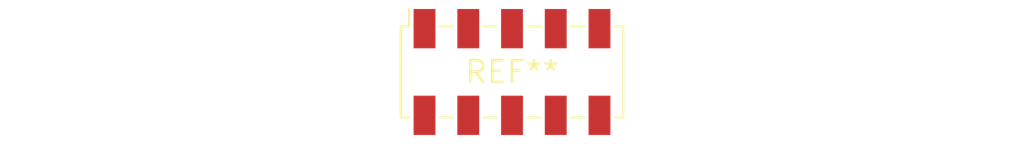
<source format=kicad_pcb>
(kicad_pcb (version 20240108) (generator pcbnew)
  (layers (0 "F.Cu" signal) (31 "B.Cu" signal) (34 "B.Paste" user) (35 "F.Paste" user) (36 "B.SilkS" user "B.Silkscreen") (37 "F.SilkS" user "F.Silkscreen") (38 "B.Mask" user) (39 "F.Mask" user) (44 "Edge.Cuts" user))
  (net 0 "")
  (footprint "Samtec_HLE-105-02-xxx-DV-LC_2x05_P2.54mm_Horizontal" (layer "F.Cu") (at 0 0)
    (property "Reference" "REF**")
    (property "Value" "Samtec_HLE-105-02-xxx-DV-LC_2x05_P2.54mm_Horizontal")
    (fp_line (start -6.46 -2.65) (end -6.46 2.65) (layer "F.SilkS") (stroke (width 0.12)))
    (fp_line (start -6.46 2.65) (end -5.975 2.65) (layer "F.SilkS") (stroke (width 0.12)))
    (fp_line (start -5.975 -3.67) (end -5.975 -2.65) (layer "F.SilkS") (stroke (width 0.12)))
    (fp_line (start -5.975 -2.65) (end -6.46 -2.65) (layer "F.SilkS") (stroke (width 0.12)))
    (fp_line (start -4.185 -2.65) (end -3.435 -2.65) (layer "F.SilkS") (stroke (width 0.12)))
    (fp_line (start -4.185 2.65) (end -3.435 2.65) (layer "F.SilkS") (stroke (width 0.12)))
    (fp_line (start -1.645 -2.65) (end -0.895 -2.65) (layer "F.SilkS") (stroke (width 0.12)))
    (fp_line (start -1.645 2.65) (end -0.895 2.65) (layer "F.SilkS") (stroke (width 0.12)))
    (fp_line (start 0.895 -2.65) (end 1.645 -2.65) (layer "F.SilkS") (stroke (width 0.12)))
    (fp_line (start 0.895 2.65) (end 1.645 2.65) (layer "F.SilkS") (stroke (width 0.12)))
    (fp_line (start 3.435 -2.65) (end 4.185 -2.65) (layer "F.SilkS") (stroke (width 0.12)))
    (fp_line (start 3.435 2.65) (end 4.185 2.65) (layer "F.SilkS") (stroke (width 0.12)))
    (fp_line (start 5.975 -2.65) (end 6.46 -2.65) (layer "F.SilkS") (stroke (width 0.12)))
    (fp_line (start 6.46 -2.65) (end 6.46 2.65) (layer "F.SilkS") (stroke (width 0.12)))
    (fp_line (start 6.46 2.65) (end 5.975 2.65) (layer "F.SilkS") (stroke (width 0.12)))
    (pad "" np_thru_hole circle (at -3.81 0) (size 1.19 1.19) (drill 1.19) (layers *.Cu *.Mask))
    (pad "" np_thru_hole circle (at 3.81 0) (size 1.19 1.19) (drill 1.19) (layers *.Cu *.Mask))
    (pad "1" smd rect (at -5.08 -2.525) (size 1.27 2.29) (layers "F.Cu" "F.Paste" "F.Mask"))
    (pad "2" smd rect (at -5.08 2.525) (size 1.27 2.29) (layers "F.Cu" "F.Paste" "F.Mask"))
    (pad "3" smd rect (at -2.54 -2.525) (size 1.27 2.29) (layers "F.Cu" "F.Paste" "F.Mask"))
    (pad "4" smd rect (at -2.54 2.525) (size 1.27 2.29) (layers "F.Cu" "F.Paste" "F.Mask"))
    (pad "5" smd rect (at 0 -2.525) (size 1.27 2.29) (layers "F.Cu" "F.Paste" "F.Mask"))
    (pad "6" smd rect (at 0 2.525) (size 1.27 2.29) (layers "F.Cu" "F.Paste" "F.Mask"))
    (pad "7" smd rect (at 2.54 -2.525) (size 1.27 2.29) (layers "F.Cu" "F.Paste" "F.Mask"))
    (pad "8" smd rect (at 2.54 2.525) (size 1.27 2.29) (layers "F.Cu" "F.Paste" "F.Mask"))
    (pad "9" smd rect (at 5.08 -2.525) (size 1.27 2.29) (layers "F.Cu" "F.Paste" "F.Mask"))
    (pad "10" smd rect (at 5.08 2.525) (size 1.27 2.29) (layers "F.Cu" "F.Paste" "F.Mask"))
  )
)
</source>
